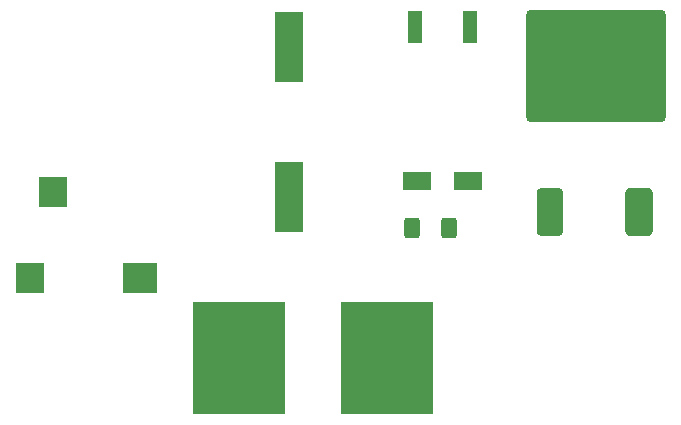
<source format=gbr>
%TF.GenerationSoftware,KiCad,Pcbnew,9.0.2*%
%TF.CreationDate,2025-09-10T19:30:47-05:00*%
%TF.ProjectId,EE101_Board,45453130-315f-4426-9f61-72642e6b6963,rev?*%
%TF.SameCoordinates,Original*%
%TF.FileFunction,Paste,Top*%
%TF.FilePolarity,Positive*%
%FSLAX46Y46*%
G04 Gerber Fmt 4.6, Leading zero omitted, Abs format (unit mm)*
G04 Created by KiCad (PCBNEW 9.0.2) date 2025-09-10 19:30:47*
%MOMM*%
%LPD*%
G01*
G04 APERTURE LIST*
G04 Aperture macros list*
%AMRoundRect*
0 Rectangle with rounded corners*
0 $1 Rounding radius*
0 $2 $3 $4 $5 $6 $7 $8 $9 X,Y pos of 4 corners*
0 Add a 4 corners polygon primitive as box body*
4,1,4,$2,$3,$4,$5,$6,$7,$8,$9,$2,$3,0*
0 Add four circle primitives for the rounded corners*
1,1,$1+$1,$2,$3*
1,1,$1+$1,$4,$5*
1,1,$1+$1,$6,$7*
1,1,$1+$1,$8,$9*
0 Add four rect primitives between the rounded corners*
20,1,$1+$1,$2,$3,$4,$5,0*
20,1,$1+$1,$4,$5,$6,$7,0*
20,1,$1+$1,$6,$7,$8,$9,0*
20,1,$1+$1,$8,$9,$2,$3,0*%
G04 Aperture macros list end*
%ADD10RoundRect,0.342741X2.307259X-1.782259X2.307259X1.782259X-2.307259X1.782259X-2.307259X-1.782259X0*%
%ADD11RoundRect,0.336693X2.213307X-1.750807X2.213307X1.750807X-2.213307X1.750807X-2.213307X-1.750807X0*%
%ADD12RoundRect,0.348790X2.326210X-1.813710X2.326210X1.813710X-2.326210X1.813710X-2.326210X-1.813710X0*%
%ADD13RoundRect,0.348790X2.226210X-1.813710X2.226210X1.813710X-2.226210X1.813710X-2.226210X-1.813710X0*%
%ADD14RoundRect,0.375521X0.751041X-1.657291X0.751041X1.657291X-0.751041X1.657291X-0.751041X-1.657291X0*%
%ADD15RoundRect,0.365389X-5.534611X4.384611X-5.534611X-4.384611X5.534611X-4.384611X5.534611X4.384611X0*%
%ADD16RoundRect,0.383855X0.767707X-1.657160X0.767707X1.657160X-0.767707X1.657160X-0.767707X-1.657160X0*%
%ADD17R,2.350000X1.550000*%
%ADD18R,2.350000X6.000000*%
%ADD19R,2.400000X2.550000*%
%ADD20R,2.900000X2.550000*%
%ADD21R,1.200000X2.700000*%
%ADD22R,7.800000X9.600000*%
%ADD23RoundRect,0.250000X-0.400000X-0.625000X0.400000X-0.625000X0.400000X0.625000X-0.400000X0.625000X0*%
G04 APERTURE END LIST*
D10*
%TO.C,Q1*%
X102100000Y-69575000D03*
D11*
X107600000Y-69562500D03*
D12*
X102125000Y-65062500D03*
D13*
X107575000Y-65062500D03*
D14*
X101100000Y-79750000D03*
D15*
X104950000Y-67350000D03*
D16*
X108600000Y-79750000D03*
%TD*%
D17*
%TO.C,D5*%
X94150000Y-77100000D03*
X89850000Y-77100000D03*
%TD*%
D18*
%TO.C,C1*%
X79000000Y-65750000D03*
X79000000Y-78450000D03*
%TD*%
D19*
%TO.C,J1*%
X59000000Y-78000000D03*
X57100000Y-85350000D03*
D20*
X66400000Y-85350000D03*
%TD*%
D21*
%TO.C,R1*%
X89650000Y-64100000D03*
X94350000Y-64100000D03*
%TD*%
D22*
%TO.C,C2*%
X87250000Y-92100000D03*
X74750000Y-92100000D03*
%TD*%
D23*
%TO.C,R2*%
X89450000Y-81100000D03*
X92550000Y-81100000D03*
%TD*%
M02*

</source>
